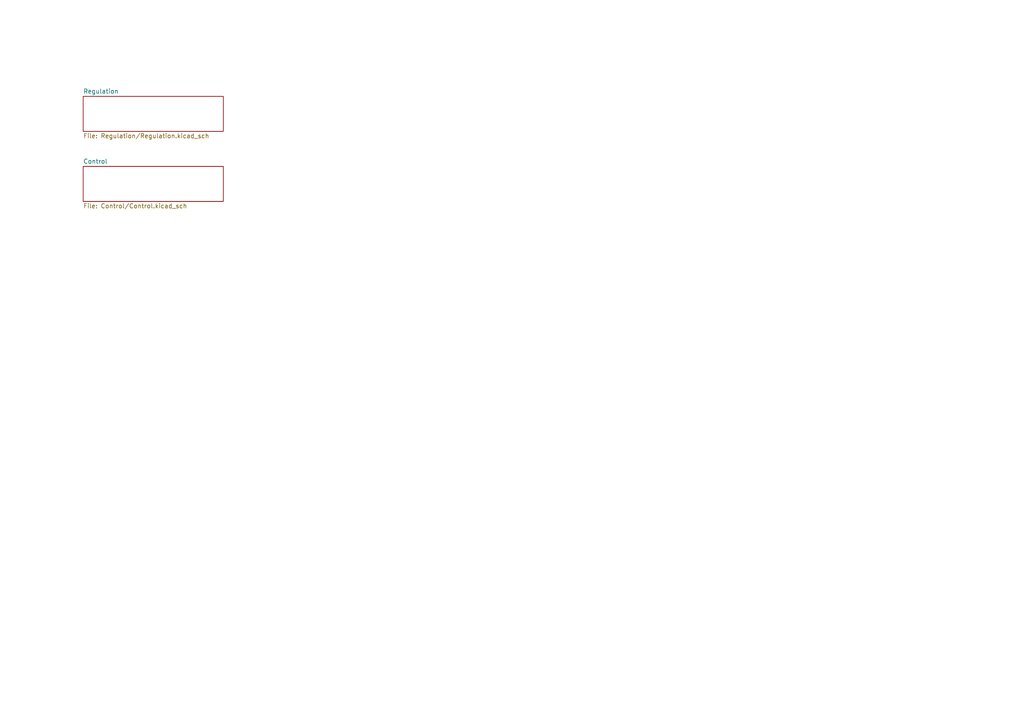
<source format=kicad_sch>
(kicad_sch
	(version 20231120)
	(generator "eeschema")
	(generator_version "8.0")
	(uuid "cf7abb6a-5656-4328-9bab-efa841eff83a")
	(paper "A4")
	(lib_symbols)
	(sheet
		(at 24.13 27.94)
		(size 40.64 10.16)
		(fields_autoplaced yes)
		(stroke
			(width 0.1524)
			(type solid)
		)
		(fill
			(color 0 0 0 0.0000)
		)
		(uuid "30b23c84-1005-489d-b993-144153dedf2c")
		(property "Sheetname" "Regulation"
			(at 24.13 27.2284 0)
			(effects
				(font
					(size 1.27 1.27)
				)
				(justify left bottom)
			)
		)
		(property "Sheetfile" "Regulation/Regulation.kicad_sch"
			(at 24.13 38.6846 0)
			(effects
				(font
					(size 1.27 1.27)
				)
				(justify left top)
			)
		)
		(instances
			(project "Bench_PSU"
				(path "/cf7abb6a-5656-4328-9bab-efa841eff83a"
					(page "2")
				)
			)
		)
	)
	(sheet
		(at 24.13 48.26)
		(size 40.64 10.16)
		(fields_autoplaced yes)
		(stroke
			(width 0.1524)
			(type solid)
		)
		(fill
			(color 0 0 0 0.0000)
		)
		(uuid "4ddd7636-9de5-4e7f-93e4-3bc9c71de85a")
		(property "Sheetname" "Control"
			(at 24.13 47.5484 0)
			(effects
				(font
					(size 1.27 1.27)
				)
				(justify left bottom)
			)
		)
		(property "Sheetfile" "Control/Control.kicad_sch"
			(at 24.13 59.0046 0)
			(effects
				(font
					(size 1.27 1.27)
				)
				(justify left top)
			)
		)
		(instances
			(project "Bench_PSU"
				(path "/cf7abb6a-5656-4328-9bab-efa841eff83a"
					(page "3")
				)
			)
		)
	)
	(sheet_instances
		(path "/"
			(page "1")
		)
	)
)

</source>
